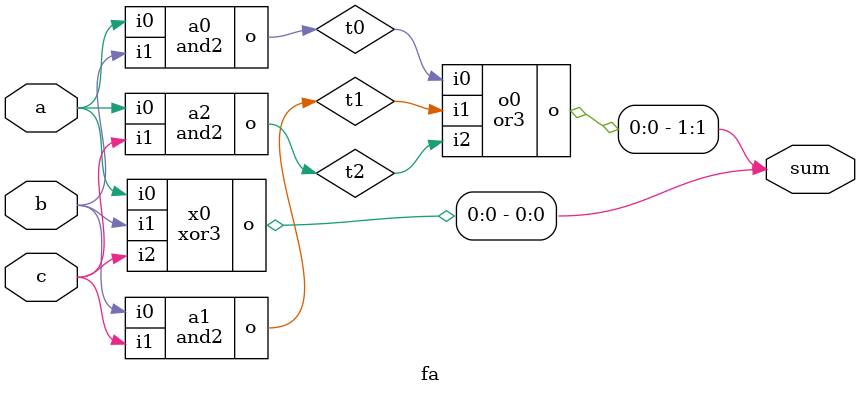
<source format=v>
module or2 (input wire i0, i1, output wire o);
  assign o = i0 | i1;
endmodule
module and2 (input wire i0, i1, output wire o);
  assign o = i0 & i1;
endmodule

module xor2 (input wire i0, i1, output wire o);
  assign o = i0 ^ i1;
endmodule

module or3 (input wire i0, i1, i2, output wire o);
   wire t;
   or2 or2_0 (i0, i1, t);
   or2 or2_1 (i2, t, o);
endmodule

module xor3 (input wire i0, i1, i2, output wire o);
   wire t;
   xor2 xor2_0 (i0, i1, t);
   xor2 xor2_1 (i2, t, o);
endmodule

module ha(input wire a,b,output wire sum,c);
	xor2 x0(a,b,sum);
	and2 a0(a,b,c);
endmodule

module fa(input wire a,b,c, output wire[1:0]sum);
	wire t0,t1,t2;
	xor3 x0(a,b,c,sum[0]);
	and2 a0(a,b,t0);
	and2 a1(b,c,t1);
	and2 a2(a,c,t2);
	or3 o0(t0,t1,t2,sum[1]);
endmodule

</source>
